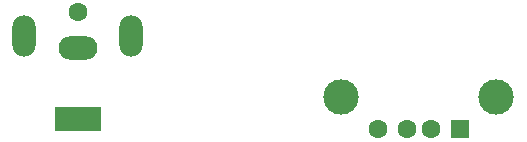
<source format=gbr>
%TF.GenerationSoftware,KiCad,Pcbnew,9.0.3*%
%TF.CreationDate,2025-10-14T12:27:29+02:00*%
%TF.ProjectId,TEST_JLC_PCB,54455354-5f4a-44c4-935f-5043422e6b69,rev?*%
%TF.SameCoordinates,Original*%
%TF.FileFunction,Soldermask,Bot*%
%TF.FilePolarity,Negative*%
%FSLAX46Y46*%
G04 Gerber Fmt 4.6, Leading zero omitted, Abs format (unit mm)*
G04 Created by KiCad (PCBNEW 9.0.3) date 2025-10-14 12:27:29*
%MOMM*%
%LPD*%
G01*
G04 APERTURE LIST*
%ADD10R,1.600000X1.500000*%
%ADD11C,1.600000*%
%ADD12C,3.000000*%
%ADD13R,4.000000X2.000000*%
%ADD14O,3.300000X2.000000*%
%ADD15O,2.000000X3.500000*%
G04 APERTURE END LIST*
D10*
%TO.C,J1*%
X131630000Y-64800000D03*
D11*
X129130000Y-64800000D03*
X127130000Y-64800000D03*
X124630000Y-64800000D03*
D12*
X134700000Y-62090000D03*
X121560000Y-62090000D03*
%TD*%
D11*
%TO.C,J2*%
X99230000Y-54900000D03*
D13*
X99230000Y-63900000D03*
D14*
X99230000Y-57900000D03*
D15*
X103730000Y-56900000D03*
X94730000Y-56900000D03*
%TD*%
M02*

</source>
